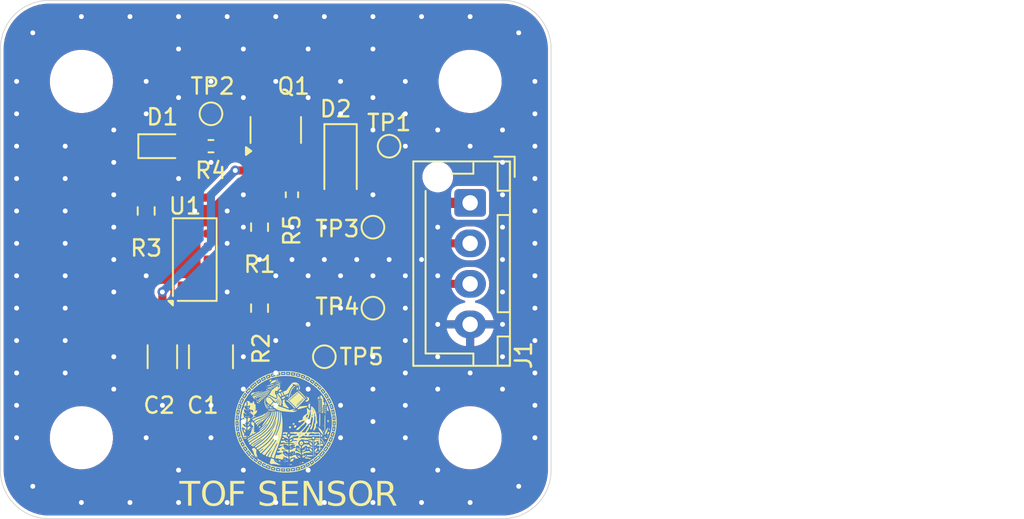
<source format=kicad_pcb>
(kicad_pcb (version 20240108) (generator "pcbnew") (generator_version "8.0")
  (layers (0 "F.Cu" signal) (1 "In1.Cu" signal) (2 "In2.Cu" signal) (31 "B.Cu" signal) (34 "B.Paste" user) (35 "F.Paste" user) (36 "B.SilkS" user "B.Silkscreen") (37 "F.SilkS" user "F.Silkscreen") (38 "B.Mask" user) (39 "F.Mask" user) (44 "Edge.Cuts" user))
  (net 0 "")
  (net 1 "3V3")
  (net 2 "GND")
  (net 3 "Net-(D1-A)")
  (net 4 "VIN_TOF")
  (net 5 "Net-(D2-A)")
  (net 6 "/I2C.SCL")
  (net 7 "/I2C.SDA")
  (net 8 "Net-(U1-XSHUT)")
  (footprint "Resistor_SMD:R_0603_1608Metric" (layer "F.Cu") (at 117 53 -90)
    (property "Reference" "R1" (at 2.3 0 180) (layer "F.SilkS"))
    (property "Value" "10kR")
    (pad "1" smd roundrect (at -0.825 0 270) (size 0.8 0.95) (layers "F.Cu" "F.Paste" "F.Mask") (net 1 "3V3"))
    (pad "2" smd roundrect (at 0.825 0 270) (size 0.8 0.95) (layers "F.Cu" "F.Paste" "F.Mask") (net 7 "/I2C.SDA"))
  )
  (footprint "Sensor_Distance:ST_VL53L1x" (layer "F.Cu") (at 113 55 90)
    (property "Reference" "U1" (at 3.3 -0.6 0) (layer "F.SilkS"))
    (property "Value" "VL53L0CXV0DH1")
    (pad "1" smd roundrect (at -1.74 -0.675 90) (size 0.38 0.25) (layers "F.Cu" "F.Paste" "F.Mask") (net 1 "3V3"))
    (pad "1" smd roundrect (at -1.6 -0.8 90) (size 0.5 0.5) (layers "F.Cu" "F.Paste" "F.Mask") (net 1 "3V3"))
    (pad "2" smd roundrect (at -0.8 -0.8 90) (size 0.5 0.5) (layers "F.Cu" "F.Paste" "F.Mask") (net 2 "GND"))
    (pad "3" smd roundrect (at 0 -0.8 90) (size 0.5 0.5) (layers "F.Cu" "F.Paste" "F.Mask") (net 2 "GND"))
    (pad "4" smd roundrect (at 0.8 -0.8 90) (size 0.5 0.5) (layers "F.Cu" "F.Paste" "F.Mask") (net 2 "GND"))
    (pad "5" smd roundrect (at 1.6 -0.8 90) (size 0.5 0.5) (layers "F.Cu" "F.Paste" "F.Mask") (net 8 "Net-(U1-XSHUT)"))
    (pad "6" smd roundrect (at 1.6 0 90) (size 0.5 0.5) (layers "F.Cu" "F.Paste" "F.Mask") (net 2 "GND"))
    (pad "7" smd roundrect (at 1.6 0.8 90) (size 0.5 0.5) (layers "F.Cu" "F.Paste" "F.Mask"))
    (pad "8" smd roundrect (at 0.8 0.8 90) (size 0.5 0.5) (layers "F.Cu" "F.Paste" "F.Mask"))
    (pad "9" smd roundrect (at 0 0.8 90) (size 0.5 0.5) (layers "F.Cu" "F.Paste" "F.Mask") (net 7 "/I2C.SDA"))
    (pad "10" smd roundrect (at -0.8 0.8 90) (size 0.5 0.5) (layers "F.Cu" "F.Paste" "F.Mask") (net 6 "/I2C.SCL"))
    (pad "11" smd roundrect (at -1.6 0.8 90) (size 0.5 0.5) (layers "F.Cu" "F.Paste" "F.Mask") (net 1 "3V3"))
    (pad "12" smd roundrect (at -1.6 0 90) (size 0.5 0.5) (layers "F.Cu" "F.Paste" "F.Mask") (net 2 "GND"))
  )
  (footprint "Connector_JST:JST_XH_B4B-XH-AM_1x04_P2.50mm_Vertical" (layer "F.Cu") (at 130 51.5 -90)
    (property "Reference" "J1" (at 9.4 -3.3 -90) (layer "F.SilkS"))
    (property "Value" "B4B-XH-AM")
    (pad "" np_thru_hole circle (at -1.6 2 270) (size 1.2 1.2) (drill 1.2) (layers "*.Cu" "*.Mask"))
    (pad "1" thru_hole roundrect (at 0 0 270) (size 1.7 1.95) (drill 0.95) (layers "*.Cu" "*.Mask") (roundrect_rratio 0.147059) (net 4 "VIN_TOF"))
    (pad "2" thru_hole oval (at 2.5 0 270) (size 1.7 1.95) (drill 0.95) (layers "*.Cu" "*.Mask") (net 7 "/I2C.SDA"))
    (pad "3" thru_hole oval (at 5 0 270) (size 1.7 1.95) (drill 0.95) (layers "*.Cu" "*.Mask") (net 6 "/I2C.SCL"))
    (pad "4" thru_hole oval (at 7.5 0 270) (size 1.7 1.95) (drill 0.95) (layers "*.Cu" "*.Mask") (net 2 "GND"))
  )
  (footprint "Capacitor_SMD:C_1206_3216Metric" (layer "F.Cu") (at 111 61 -90)
    (property "Reference" "C2" (at 3 0.2 180) (layer "F.SilkS"))
    (property "Value" "100nF")
    (pad "1" smd roundrect (at -1.475 0 270) (size 1.15 1.8) (layers "F.Cu" "F.Paste" "F.Mask") (roundrect_rratio 0.217391) (net 1 "3V3"))
    (pad "2" smd roundrect (at 1.475 0 270) (size 1.15 1.8) (layers "F.Cu" "F.Paste" "F.Mask") (roundrect_rratio 0.217391) (net 2 "GND"))
  )
  (footprint "MountingHole:MountingHole_3.2mm_M3" (layer "F.Cu") (at 106 66)
    (property "Reference" "H2" (hide yes))
    (property "Value" "M3")
    (pad "" np_thru_hole circle (at 0 0) (size 3.2 3.2) (drill 3.2) (layers "*.Cu" "*.Mask"))
  )
  (footprint "LOGO" (layer "F.Cu") (at 118.65 65)
    (property "Reference" "G***" (hide yes))
    (property "Value" "LOGO" (hide yes))
  )
  (footprint "Capacitor_SMD:C_1210_3225Metric" (layer "F.Cu") (at 114 61 -90)
    (property "Reference" "C1" (at 3 0.5 180) (layer "F.SilkS"))
    (property "Value" "4.7uF")
    (pad "1" smd roundrect (at -1.475 0 270) (size 1.15 2.7) (layers "F.Cu" "F.Paste" "F.Mask") (roundrect_rratio 0.217391) (net 1 "3V3"))
    (pad "2" smd roundrect (at 1.475 0 270) (size 1.15 2.7) (layers "F.Cu" "F.Paste" "F.Mask") (roundrect_rratio 0.217391) (net 2 "GND"))
  )
  (footprint "MountingHole:MountingHole_3.2mm_M3" (layer "F.Cu") (at 106 44)
    (property "Reference" "H1" (hide yes))
    (property "Value" "M3")
    (pad "" np_thru_hole circle (at 0 0) (size 3.2 3.2) (drill 3.2) (layers "*.Cu" "*.Mask"))
  )
  (footprint "TestPoint:TestPoint_Pad_D1.0mm" (layer "F.Cu") (at 124 53)
    (property "Reference" "TP3" (at -2.2 0.1 0) (layer "F.SilkS"))
    (property "Value" "~")
    (pad "1" smd circle (at 0 0) (size 1 1) (layers "F.Cu" "F.Mask") (net 7 "/I2C.SDA"))
  )
  (footprint "Package_TO_SOT_SMD:SOT-23-3" (layer "F.Cu") (at 118 47 90)
    (property "Reference" "Q1" (at 2.7 1.1 0) (layer "F.SilkS"))
    (property "Value" "DMP1045U-7")
    (pad "1" smd roundrect (at -1.1375 -0.95 90) (size 1.325 0.6) (layers "F.Cu" "F.Paste" "F.Mask") (net 1 "3V3"))
    (pad "2" smd roundrect (at -1.1375 0.95 90) (size 1.325 0.6) (layers "F.Cu" "F.Paste" "F.Mask") (net 5 "Net-(D2-A)"))
    (pad "3" smd roundrect (at 1.1375 0 90) (size 1.325 0.6) (layers "F.Cu" "F.Paste" "F.Mask") (net 4 "VIN_TOF"))
  )
  (footprint "TestPoint:TestPoint_Pad_D1.0mm" (layer "F.Cu") (at 114 46)
    (property "Reference" "TP2" (at 0.1 -1.7 0) (layer "F.SilkS"))
    (property "Value" "~")
    (pad "1" smd circle (at 0 0) (size 1 1) (layers "F.Cu" "F.Mask") (net 1 "3V3"))
  )
  (footprint "MountingHole:MountingHole_3.2mm_M3" (layer "F.Cu") (at 130 66)
    (property "Reference" "H4" (hide yes))
    (property "Value" "M3")
    (pad "" np_thru_hole circle (at 0 0) (size 3.2 3.2) (drill 3.2) (layers "*.Cu" "*.Mask"))
  )
  (footprint "Resistor_SMD:R_0603_1608Metric" (layer "F.Cu") (at 117 58 90)
    (property "Reference" "R2" (at -2.5 0.1 270) (layer "F.SilkS"))
    (property "Value" "10kR")
    (pad "1" smd roundrect (at -0.825 0 90) (size 0.8 0.95) (layers "F.Cu" "F.Paste" "F.Mask") (net 1 "3V3"))
    (pad "2" smd roundrect (at 0.825 0 90) (size 0.8 0.95) (layers "F.Cu" "F.Paste" "F.Mask") (net 6 "/I2C.SCL"))
  )
  (footprint "Resistor_SMD:R_0402_1005Metric" (layer "F.Cu") (at 114 48)
    (property "Reference" "R4" (at 0 1.5 0) (layer "F.SilkS"))
    (property "Value" "330R")
    (pad "1" smd roundrect (at -0.51 0) (size 0.54 0.64) (layers "F.Cu" "F.Paste" "F.Mask") (net 3 "Net-(D1-A)"))
    (pad "2" smd roundrect (at 0.51 0) (size 0.54 0.64) (layers "F.Cu" "F.Paste" "F.Mask") (net 1 "3V3"))
  )
  (footprint "TestPoint:TestPoint_Pad_D1.0mm" (layer "F.Cu") (at 121 61)
    (property "Reference" "TP5" (at 2.3 0 0) (layer "F.SilkS"))
    (property "Value" "~")
    (pad "1" smd circle (at 0 0) (size 1 1) (layers "F.Cu" "F.Mask") (net 2 "GND"))
  )
  (footprint "LED_SMD:LED_0603_1608Metric" (layer "F.Cu") (at 111 48)
    (property "Reference" "D1" (at 0 -1.8 360) (layer "F.SilkS"))
    (property "Value" "QTLP601CRTR")
    (pad "1" smd roundrect (at -0.7875 0) (size 0.875 0.95) (layers "F.Cu" "F.Paste" "F.Mask") (net 2 "GND"))
    (pad "2" smd roundrect (at 0.7875 0) (size 0.875 0.95) (layers "F.Cu" "F.Paste" "F.Mask") (net 3 "Net-(D1-A)"))
  )
  (footprint "Resistor_SMD:R_0603_1608Metric" (layer "F.Cu") (at 110 52 -90)
    (property "Reference" "R3" (at 2.3 0 180) (layer "F.SilkS"))
    (property "Value" "10kR")
    (pad "1" smd roundrect (at -0.825 0 270) (size 0.8 0.95) (layers "F.Cu" "F.Paste" "F.Mask") (net 1 "3V3"))
    (pad "2" smd roundrect (at 0.825 0 270) (size 0.8 0.95) (layers "F.Cu" "F.Paste" "F.Mask") (net 8 "Net-(U1-XSHUT)"))
  )
  (footprint "TestPoint:TestPoint_Pad_D1.0mm" (layer "F.Cu") (at 125 48)
    (property "Reference" "TP1" (at 0 -1.448 0) (layer "F.SilkS"))
    (property "Value" "~")
    (pad "1" smd circle (at 0 0) (size 1 1) (layers "F.Cu" "F.Mask") (net 4 "VIN_TOF"))
  )
  (footprint "Diode_SMD:D_SOD-123" (layer "F.Cu") (at 122 49 -90)
    (property "Reference" "D2" (at -3.3 0.3 180) (layer "F.SilkS"))
    (property "Value" "MMSZ5231B-7-F")
    (pad "1" smd roundrect (at -1.65 0 270) (size 0.9 1.2) (layers "F.Cu" "F.Paste" "F.Mask") (net 4 "VIN_TOF"))
    (pad "2" smd roundrect (at 1.65 0 270) (size 0.9 1.2) (layers "F.Cu" "F.Paste" "F.Mask") (net 5 "Net-(D2-A)"))
  )
  (footprint "Resistor_SMD:R_0402_1005Metric" (layer "F.Cu") (at 119 51 -90)
    (property "Reference" "R5" (at 2.2 0 90) (layer "F.SilkS"))
    (property "Value" "10R")
    (pad "1" smd roundrect (at -0.51 0 270) (size 0.54 0.64) (layers "F.Cu" "F.Paste" "F.Mask") (net 5 "Net-(D2-A)"))
    (pad "2" smd roundrect (at 0.51 0 270) (size 0.54 0.64) (layers "F.Cu" "F.Paste" "F.Mask") (net 2 "GND"))
  )
  (footprint "TestPoint:TestPoint_Pad_D1.0mm" (layer "F.Cu") (at 124 58)
    (property "Reference" "TP4" (at -2.2 -0.1 0) (layer "F.SilkS"))
    (property "Value" "~")
    (pad "1" smd circle (at 0 0) (size 1 1) (layers "F.Cu" "F.Mask") (net 6 "/I2C.SCL"))
  )
  (footprint "MountingHole:MountingHole_3.2mm_M3" (layer "F.Cu") (at 130 44)
    (property "Reference" "H3" (hide yes))
    (property "Value" "M3")
    (pad "" np_thru_hole circle (at 0 0) (size 3.2 3.2) (drill 3.2) (layers "*.Cu" "*.Mask"))
  )
  (gr_arc (start 104 71) (mid 101.87868 70.12132) (end 101 68) (stroke (width 0.05)) (layer "Edge.Cuts"))
  (gr_arc (start 132 39) (mid 134.12132 39.87868) (end 135 42) (stroke (width 0.05)) (layer "Edge.Cuts"))
  (gr_line (start 135 42) (end 135 68) (stroke (width 0.05)) (layer "Edge.Cuts"))
  (gr_arc (start 135 68) (mid 134.12132 70.12132) (end 132 71) (stroke (width 0.05)) (layer "Edge.Cuts"))
  (gr_line (start 101 68) (end 101 42) (stroke (width 0.05)) (layer "Edge.Cuts"))
  (gr_line (start 132 71) (end 104 71) (stroke (width 0.05)) (layer "Edge.Cuts"))
  (gr_arc (start 101 42) (mid 101.87868 39.87868) (end 104 39) (stroke (width 0.05)) (layer "Edge.Cuts"))
  (gr_line (start 104 39) (end 132 39) (stroke (width 0.05)) (layer "Edge.Cuts"))
  (gr_text "TOF SENSOR\n" (at 112.05 70.45 0) (layer "F.SilkS") (effects (font (size 1.5 1.5) (thickness 0.1)) (justify left bottom)))
  (segment (start 117.05 48.45) (end 117.05 48.1375) (width 0.5) (layer "F.Cu") (net 1))
  (segment (start 114 46) (end 114.51 46.51) (width 0.5) (layer "F.Cu") (net 1))
  (segment (start 114.51 46.51) (end 114.51 48) (width 0.5) (layer "F.Cu") (net 1))
  (segment (start 116.04375 49.5) (end 117.05 48.49375) (width 0.5) (layer "F.Cu") (net 1))
  (segment (start 117.05 48.1375) (end 116.9125 48) (width 0.5) (layer "F.Cu") (net 1))
  (segment (start 111 59.525) (end 114 59.525) (width 0.5) (layer "F.Cu") (net 1))
  (segment (start 113.8 56.6) (end 113.8 59.325) (width 0.5) (layer "F.Cu") (net 1))
  (segment (start 117.05 52.125) (end 117.05 48.1375) (width 0.6) (layer "F.Cu") (net 1))
  (segment (start 115.5 49.5) (end 116.04375 49.5) (width 0.5) (layer "F.Cu") (net 1))
  (segment (start 111 57) (end 111 59.525) (width 0.5) (layer "F.Cu") (net 1))
  (segment (start 117 52.175) (end 117.05 52.125) (width 0.5) (layer "F.Cu") (net 1))
  (segment (start 115.5 49.5) (end 113.825 51.175) (width 0.5) (layer "F.Cu") (net 1))
  (segment (start 117.05 48.49375) (end 117.05 48.1375) (width 0.5) (layer "F.Cu") (net 1))
  (segment (start 116.3 59.525) (end 117 58.825) (width 0.5) (layer "F.Cu") (net 1))
  (segment (start 114 59.525) (end 116.3 59.525) (width 0.5) (layer "F.Cu") (net 1))
  (segment (start 116.9125 48) (end 114.51 48) (width 0.5) (layer "F.Cu") (net 1))
  (segment (start 113.8 59.325) (end 114 59.525) (width 0.5) (layer "F.Cu") (net 1))
  (segment (start 113.825 51.175) (end 110 51.175) (width 0.5) (layer "F.Cu") (net 1))
  (segment (start 112.2 58.325) (end 111 59.525) (width 0.5) (layer "F.Cu") (net 1))
  (segment (start 112.2 56.6) (end 112.2 58.325) (width 0.5) (layer "F.Cu") (net 1))
  (via (at 111 57) (size 0.6) (drill 0.3) (layers "F.Cu" "B.Cu") (net 1))
  (via (at 115.5 49.5) (size 0.6) (drill 0.3) (layers "F.Cu" "B.Cu") (net 1))
  (segment (start 115.5 49.5) (end 114 51) (width 0.5) (layer "B.Cu") (net 1))
  (segment (start 114 51) (end 114 54) (width 0.5) (layer "B.Cu") (net 1))
  (segment (start 114 54) (end 111 57) (width 0.5) (layer "B.Cu") (net 1))
  (via (at 126 44) (size 0.6) (drill 0.3) (layers "F.Cu" "B.Cu") (net 2))
  (via (at 124 63) (size 0.6) (drill 0.3) (layers "F.Cu" "B.Cu") (net 2))
  (via (at 118 66) (size 0.6) (drill 0.3) (layers "F.Cu" "B.Cu") (net 2))
  (via (at 108 47) (size 0.6) (drill 0.3) (layers "F.Cu" "B.Cu") (net 2))
  (via (at 108 63) (size 0.6) (drill 0.3) (layers "F.Cu" "B.Cu") (net 2))
  (via (at 128 61) (size 0.6) (drill 0.3) (layers "F.Cu" "B.Cu") (net 2))
  (via (at 102 46) (size 0.6) (drill 0.3) (layers "F.Cu" "B.Cu") (net 2))
  (via (at 124 40) (size 0.6) (drill 0.3) (layers "F.Cu" "B.Cu") (net 2))
  (via (at 132 51) (size 0.6) (drill 0.3) (layers "F.Cu" "B.Cu") (net 2))
  (via (at 122 64) (size 0.6) (drill 0.3) (layers "F.Cu" "B.Cu") (net 2))
  (via (at 128 59) (size 0.6) (drill 0.3) (layers "F.Cu" "B.Cu") (net 2))
  (via (at 115 57) (size 0.6) (drill 0.3) (layers "F.Cu" "B.Cu") (net 2))
  (via (at 108 51) (size 0.6) (drill 0.3) (layers "F.Cu" "B.Cu") (net 2))
  (via (at 110 66) (size 0.6) (drill 0.3) (layers "F.Cu" "B.Cu") (net 2))
  (via (at 134 52) (size 0.6) (drill 0.3) (layers "F.Cu" "B.Cu") (net 2))
  (via (at 132 47) (size 0.6) (drill 0.3) (layers "F.Cu" "B.Cu") (net 2))
  (via (at 115 70) (size 0.6) (drill 0.3) (layers "F.Cu" "B.Cu") (net 2))
  (via (at 102 54) (size 0.6) (drill 0.3) (layers "F.Cu" "B.Cu") (net 2))
  (via (at 114 64) (size 0.6) (drill 0.3) (layers "F.Cu" "B.Cu") (net 2))
  (via (at 132 61) (size 0.6) (drill 0.3) (layers "F.Cu" "B.Cu") (net 2))
  (via (at 121 70) (size 0.6) (drill 0.3) (layers "F.Cu" "B.Cu") (net 2))
  (via (at 106 40) (size 0.6) (drill 0.3) (layers "F.Cu" "B.Cu") (net 2))
  (via (at 124 47) (size 0.6) (drill 0.3) (layers "F.Cu" "B.Cu") (net 2))
  (via (at 126 62) (size 0.6) (drill 0.3) (layers "F.Cu" "B.Cu") (net 2))
  (via (at 118 62) (size 0.6) (drill 0.3) (layers "F.Cu" "B.Cu") (net 2))
  (via (at 127 55) (size 0.6) (drill 0.3) (layers "F.Cu" "B.Cu") (net 2))
  (via (at 108 55) (size 0.6) (drill 0.3) (layers "F.Cu" "B.Cu") (net 2))
  (via (at 134 48) (size 0.6) (drill 0.3) (layers "F.Cu" "B.Cu") (net 2))
  (via (at 110 56) (size 0.6) (drill 0.3) (layers "F.Cu" "B.Cu") (net 2))
  (via (at 126 58) (size 0.6) (drill 0.3) (layers "F.Cu" "B.Cu") (net 2))
  (via (at 121 40) (size 0.6) (drill 0.3) (layers "F.Cu" "B.Cu") (net 2))
  (via (at 127 40) (size 0.6) (drill 0.3) (layers "F.Cu" "B.Cu") (net 2))
  (via (at 115 40) (size 0.6) (drill 0.3) (layers "F.Cu" "B.Cu") (net 2))
  (via (at 134 66) (size 0.6) (drill 0.3) (layers "F.Cu" "B.Cu") (net 2))
  (via (at 126 64) (size 0.6) (drill 0.3) (layers "F.Cu" "B.Cu") (net 2))
  (via (at 118 56) (size 0.6) (drill 0.3) (layers "F.Cu" "B.Cu") (net 2))
  (via (at 108 61) (size 0.6) (drill 0.3) (layers "F.Cu" "B.Cu") (net 2))
  (via (at 134 64) (size 0.6) (drill 0.3) (layers "F.Cu" "B.Cu") (net 2))
  (via (at 113 52) (size 0.6) (drill 0.3) (layers "F.Cu" "B.Cu") (net 2))
  (via (at 102 56) (size 0.6) (drill 0.3) (layers "F.Cu" "B.Cu") (net 2))
  (via (at 134 58) (size 0.6) (drill 0.3) (layers "F.Cu" "B.Cu") (net 2))
  (via (at 124 51) (size 0.6) (drill 0.3) (layers "F.Cu" "B.Cu") (net 2))
  (via (at 105 62) (size 0.6) (drill 0.3) (layers "F.Cu" "B.Cu") (net 2))
  (via (at 116 42) (size 0.6) (drill 0.3) (layers "F.Cu" "B.Cu") (net 2))
  (via (at 128 68) (size 0.6) (drill 0.3) (layers "F.Cu" "B.Cu") (net 2))
  (via (at 110 44) (size 0.6) (drill 0.3) (layers "F.Cu" "B.Cu") (net 2))
  (via (at 112 70) (size 0.6) (drill 0.3) (layers "F.Cu" "B.Cu") (net 2))
  (via (at 132 55) (size 0.6) (drill 0.3) (layers "F.Cu" "B.Cu") (net 2))
  (via (at 102 44) (size 0.6) (drill 0.3) (layers "F.Cu" "B.Cu") (net 2))
  (via (at 128 56) (size 0.6) (drill 0.3) (layers "F.Cu" "B.Cu") (net 2))
  (via (at 124 45) (size 0.6) (drill 0.3) (layers "F.Cu" "B.Cu") (net 2))
  (via (at 102 58) (size 0.6) (drill 0.3) (layers "F.Cu" "B.Cu") (net 2))
  (via (at 119 53) (size 0.6) (drill 0.3) (layers "F.Cu" "B.Cu") (net 2))
  (via (at 124 65) (size 0.6) (drill 0.3) (layers "F.Cu" "B.Cu") (net 2))
  (via (at 105 60) (size 0.6) (drill 0.3) (layers "F.Cu" "B.Cu") (net 2))
  (via (at 118 70) (size 0.6) (drill 0.3) (layers "F.Cu" "B.Cu") (net 2))
  (via (at 132 59) (size 0.6) (drill 0.3) (layers "F.Cu" "B.Cu") (net 2))
  (via (at 115 52) (size 0.6) (drill 0.3) (layers "F.Cu" "B.Cu") (net 2))
  (via (at 116 63) (size 0.6) (drill 0.3) (layers "F.Cu" "B.Cu") (net 2))
  (via (at 109 40) (size 0.6) (drill 0.3) (layers "F.Cu" "B.Cu") (net 2))
  (via (at 132 57) (size 0.6) (drill 0.3) (layers "F.Cu" "B.Cu") (net 2))
  (via (at 132 49) (size 0.6) (drill 0.3) (layers "F.Cu" "B.Cu") (net 2))
  (via (at 120 65) (size 0.6) (drill 0.3) (layers "F.Cu" "B.Cu") (net 2))
  (via (at 118 40) (size 0.6) (drill 0.3) (layers "F.Cu" "B.Cu") (net 2))
  (via (at 125 55) (size 0.6) (drill 0.3) (layers "F.Cu" "B.Cu") (net 2))
  (via (at 116 45) (size 0.6) (drill 0.3) (layers "F.Cu" "B.Cu") (net 2))
  (via (at 121 55) (size 0.6) (drill 0.3) (layers "F.Cu" "B.Cu") (net 2))
  (via (at 122 66) (size 0.6) (drill 0.3) (layers "F.Cu" "B.Cu") (net 2))
  (via (at 119 55) (size 0.6) (drill 0.3) (layers "F.Cu" "B.Cu") (net 2))
  (via (at 108 49) (size 0.6) (drill 0.3) (layers "F.Cu" "B.Cu") (net 2))
  (via (at 102 66) (size 0.6) (drill 0.3) (layers "F.Cu" "B.Cu") (net 2))
  (via (at 102 50) (size 0.6) (drill 0.3) (layers "F.Cu" "B.Cu") (net 2))
  (via (at 120 42) (size 0.6) (drill 0.3) (layers "F.Cu" "B.Cu") (net 2))
  (via (at 114 44) (size 0.6) (drill 0.3) (layers "F.Cu" "B.Cu") (net 2))
  (via (at 134 50) (size 0.6) (drill 0.3) (layers "F.Cu" "B.Cu") (net 2))
  (via (at 134 44) (size 0.6) (drill 0.3) (layers "F.Cu" "B.Cu") (net 2))
  (via (at 116 68) (size 0.6) (drill 0.3) (layers "F.Cu" "B.Cu") (net 2))
  (via (at 132 63) (size 0.6) (drill 0.3) (layers "F.Cu" "B.Cu") (net 2))
  (via (at 103 41) (size 0.6) (drill 0.3) (layers "F.Cu" "B.Cu") (net 2))
  (via (at 114 66) (size 0.6) (drill 0.3) (layers "F.Cu" "B.Cu") (net 2))
  (via (at 124 70) (size 0.6) (drill 0.3) (layers "F.Cu" "B.Cu") (net 2))
  (via (at 134 60) (size 0.6) (drill 0.3) (layers "F.Cu" "B.Cu") (net 2))
  (via (at 130 70) (size 0.6) (drill 0.3) (layers "F.Cu" "B.Cu") (net 2))
  (via (at 112 50) (size 0.6) (drill 0.3) (layers "F.Cu" "B.Cu") (net 2))
  (via (at 134 62) (size 0.6) (drill 0.3) (layers "F.Cu" "B.Cu") (net 2))
  (via (at 120 45) (size 0.6) (drill 0.3) (layers "F.Cu" "B.Cu") (net 2))
  (via (at 128 53) (size 0.6) (drill 0.3) (layers "F.Cu" "B.Cu") (net 2))
  (via (at 105 50) (size 0.6) (drill 0.3) (layers "F.Cu" "B.Cu") (net 2))
  (via (at 120 59) (size 0.6) (drill 0.3) (layers "F.Cu" "B.Cu") (net 2))
  (via (at 124 42) (size 0.6) (drill 0.3) (layers "F.Cu" "B.Cu") (net 2))
  (via (at 116 53) (size 0.6) (drill 0.3) (layers "F.Cu" "B.Cu") (net 2))
  (via (at 124 68) (size 0.6) (drill 0.3) (layers "F.Cu" "B.Cu") (net 2))
  (via (at 106 70) (size 0.6) (drill 0.3) (layers "F.Cu" "B.Cu") (net 2))
  (via (at 120 63) (size 0.6) (drill 0.3) (layers "F.Cu" "B.Cu") (net 2))
  (via (at 126 46) (size 0.6) (drill 0.3) (layers "F.Cu" "B.Cu") (net 2))
  (via (at 105 58) (size 0.6) (drill 0.3) (layers "F.Cu" "B.Cu") (net 2))
  (via (at 105 48) (size 0.6) (drill 0.3) (layers "F.Cu" "B.Cu") (net 2))
  (via (at 128 63) (size 0.6) (drill 0.3) (layers "F.Cu" "B.Cu") (net 2))
  (via (at 105 52) (size 0.6) (drill 0.3) (layers "F.Cu" "B.Cu") (net 2))
  (via (at 105 56) (size 0.6) (drill 0.3) (layers "F.Cu" "B.Cu") (net 2))
  (via (at 109 70) (size 0.6) (drill 0.3) (layers "F.Cu" "B.Cu") (net 2))
  (via (at 120 68) (size 0.6) (drill 0.3) (layers "F.Cu" "B.Cu") (net 2))
  (via (at 134 46) (size 0.6) (drill 0.3) (layers "F.Cu" "B.Cu") (net 2))
  (via (at 127 70) (size 0.6) (drill 0.3) (layers "F.Cu" "B.Cu") (net 2))
  (via (at 108 53) (size 0.6) (drill 0.3) (layers "F.Cu" "B.Cu") (net 2))
  (via (at 108 57) (size 0.6) (drill 0.3) (layers "F.Cu" "B.Cu") (net 2))
  (via (at 122 58) (size 0.6) (drill 0.3) (layers "F.Cu" "B.Cu") (net 2))
  (via (at 118 64) (size 0.6) (drill 0.3) (layers "F.Cu" "B.Cu") (net 2))
  (via (at 116 61) (size 0.6) (drill 0.3) (layers "F.Cu" "B.Cu") (net 2))
  (via (at 122 44) (size 0.6) (drill 0.3) (layers "F.Cu" "B.Cu") (net 2))
  (via (at 124 61) (size 0.6) (drill 0.3) (layers "F.Cu" "B.Cu") (net 2))
  (via (at 115 54) (size 0.6) (drill 0.3) (layers "F.Cu" "B.Cu") (net 2))
  (via (at 133 69) (size 0.6) (drill 0.3) (layers "F.Cu" "B.Cu") (net 2))
  (via (at 102 60) (size 0.6) (drill 0.3) (layers "F.Cu" "B.Cu") (net 2))
  (via (at 102 52) (size 0.6) (drill 0.3) (layers "F.Cu" "B.Cu") (net 2))
  (via (at 128 47) (size 0.6) (drill 0.3) (layers "F.Cu" "B.Cu") (net 2))
  (via (at 118 60) (size 0.6) (drill 0.3) (layers "F.Cu" "B.Cu") (net 2))
  (via (at 102 62) (size 0.6) (drill 0.3) (layers "F.Cu" "B.Cu") (net 2))
  (via (at 117 55) (size 0.6) (drill 0.3) (layers "F.Cu" "B.Cu") (net 2))
  (via (at 124 56) (size 0.6) (drill 0.3) (layers "F.Cu" "B.Cu") (net 2))
  (via (at 123 55) (size 0.6) (drill 0.3) (layers "F.Cu" "B.Cu") (net 2))
  (via (at 134 54) (size 0.6) (drill 0.3) (layers "F.Cu" "B.Cu") (net 2))
  (via (at 126 66) (size 0.6) (drill 0.3) (layers "F.Cu" "B.Cu") (net 2))
  (via (at 126 48) (size 0.6) (drill 0.3) (layers "F.Cu" "B.Cu") (net 2))
  (via (at 111 64) (size 0.6) (drill 0.3) (layers "F.Cu" "B.Cu") (net 2))
  (via (at 134 56) (size 0.6) (drill 0.3) (layers "F.Cu" "B.Cu") (net 2))
  (via (at 133 41) (size 0.6) (drill 0.3) (layers "F.Cu" "B.Cu") (net 2))
  (via (at 121 53) (size 0.6) (drill 0.3) (layers "F.Cu" "B.Cu") (net 2))
  (via (at 103 69) (size 0.6) (drill 0.3) (layers "F.Cu" "B.Cu") (net 2))
  (via (at 102 48) (size 0.6) (drill 0.3) (layers "F.Cu" "B.Cu") (net 2))
  (via (at 130 48) (size 0.6) (drill 0.3) (layers "F.Cu" "B.Cu") (net 2))
  (via (at 102 64) (size 0.6) (drill 0.3) (layers "F.Cu" "B.Cu") (net 2))
  (via (at 112 68) (size 0.6) (drill 0.3) (layers "F.Cu" "B.Cu") (net 2))
  (via (at 114 49) (size 0.6) (drill 0.3) (layers "F.Cu" "B.Cu") (net 2))
  (via (at 130 62) (size 0.6) (drill 0.3) (layers "F.Cu" "B.Cu") (net 2))
  (via (at 122 56) (size 0.6) (drill 0.3) (layers "F.Cu" "B.Cu") (net 2))
  (via (at 126 60) (size 0.6) (drill 0.3) (layers "F.Cu" "B.Cu") (net 2))
  (via (at 116 51) (size 0.6) (drill 0.3) (layers "F.Cu" "B.Cu") (net 2))
  (via (at 105 54) (size 0.6) (drill 0.3) (layers "F.Cu" "B.Cu") (net 2))
  (via (at 112 45) (size 0.6) (drill 0.3) (layers "F.Cu" "B.Cu") (net 2))
  (via (at 130 40) (size 0.6) (drill 0.3) (layers "F.Cu" "B.Cu") (net 2))
  (via (at 122 46) (size 0.6) (drill 0.3) (layers "F.Cu" "B.Cu") (net 2))
  (via (at 126 56) (size 0.6) (drill 0.3) (layers "F.Cu" "B.Cu") (net 2))
  (via (at 112 42) (size 0.6) (drill 0.3) (layers "F.Cu" "B.Cu") (net 2))
  (via (at 120 56) (size 0.6) (drill 0.3) (layers "F.Cu" "B.Cu") (net 2))
  (via (at 118 44) (size 0.6) (drill 0.3) (layers "F.Cu" "B.Cu") (net 2))
  (via (at 110 46) (size 0.6) (drill 0.3) (layers "F.Cu" "B.Cu") (net 2))
  (via (at 112 40) (size 0.6) (drill 0.3) (layers "F.Cu" "B.Cu") (net 2))
  (via (at 116 65) (size 0.6) (drill 0.3) (layers "F.Cu" "B.Cu") (net 2))
  (via (at 132 53) (size 0.6) (drill 0.3) (layers "F.Cu" "B.Cu") (net 2))
  (segment (start 113.49 48) (end 111.7875 48) (width 0.2) (layer "F.Cu") (net 3))
  (segment (start 120.5125 45.8625) (end 122 47.35) (width 0.5) (layer "F.Cu") (net 4))
  (segment (start 122 47) (end 122 47.35) (width 0.2) (layer "F.Cu") (net 4))
  (segment (start 130 51.5) (end 126.15 51.5) (width 0.635) (layer "F.Cu") (net 4))
  (segment (start 118 45.8625) (end 120.5125 45.8625) (width 0.5) (layer "F.Cu") (net 4))
  (segment (start 125 48) (end 123.825 49.175) (width 0.5) (layer "F.Cu") (net 4))
  (segment (start 126.15 51.5) (end 123.825 49.175) (width 0.635) (layer "F.Cu") (net 4))
  (segment (start 123.825 49.175) (end 122 47.35) (width 0.635) (layer "F.Cu") (net 4))
  (segment (start 120.1 50.65) (end 122 50.65) (width 0.5) (layer "F.Cu") (net 5))
  (segment (start 119 48.1875) (end 118.95 48.1375) (width 0.5) (layer "F.Cu") (net 5))
  (segment (start 118.95 50.44) (end 118.95 48.3375) (width 0.6) (layer "F.Cu") (net 5))
  (segment (start 119 50.49) (end 119.94 50.49) (width 0.5) (layer "F.Cu") (net 5))
  (segment (start 119.94 50.49) (end 120.1 50.65) (width 0.5) (layer "F.Cu") (net 5))
  (segment (start 119 50.49) (end 118.95 50.44) (width 0.55) (layer "F.Cu") (net 5))
  (segment (start 130 56.5) (end 128.560661 56.5) (width 0.5) (layer "F.Cu") (net 6))
  (segment (start 127.885661 57.175) (end 117 57.175) (width 0.5) (layer "F.Cu") (net 6))
  (segment (start 113.8 55.8) (end 115.625 55.8) (width 0.5) (layer "F.Cu") (net 6))
  (segment (start 124 58) (end 124 57.05) (width 0.2) (layer "F.Cu") (net 6))
  (segment (start 128.560661 56.5) (end 127.885661 57.175) (width 0.5) (layer "F.Cu") (net 6))
  (segment (start 115.625 55.8) (end 117 57.175) (width 0.5) (layer "F.Cu") (net 6))
  (segment (start 117.375 53.825) (end 117.55 54) (width 0.5) (layer "F.Cu") (net 7))
  (segment (start 117.55 54) (end 130 54) (width 0.5) (layer "F.Cu") (net 7))
  (segment (start 124 53) (end 124 54) (width 0.2) (layer "F.Cu") (net 7))
  (segment (start 115.825 55) (end 117 53.825) (width 0.5) (layer "F.Cu") (net 7))
  (segment (start 113.8 55) (end 115.825 55) (width 0.5) (layer "F.Cu") (net 7))
  (segment (start 117 53.825) (end 117.375 53.825) (width 0.5) (layer "F.Cu") (net 7))
  (segment (start 112.2 53.4) (end 110.575 53.4) (width 0.5) (layer "F.Cu") (net 8))
  (segment (start 110.575 53.4) (end 110 52.825) (width 0.5) (layer "F.Cu") (net 8))
  (zone (net 2) (net_name "GND") (layer "F.Cu") (name "GND") (connect_pads yes (clearance 0.2)) (min_thickness 0.15) (fill yes (thermal_gap 0.5) (thermal_bridge_width 0.5))
    (polygon (pts (xy 111.35 52.1) (xy 111.35 57.75) (xy 114.65 57.75) (xy 114.6 52.1)))
  )
  (zone (net 2) (net_name "GND") (layers "F.Cu" "In1.Cu" "In2.Cu" "B.Cu") (name "GND") (connect_pads (clearance 0.2)) (min_thickness 0.15) (fill yes (thermal_gap 0.5) (thermal_bridge_width 0.5))
    (polygon (pts (xy 135.05 71.05) (xy 101.05 71.05) (xy 101.05 39.05) (xy 135.05 39.05)))
  )
)
</source>
